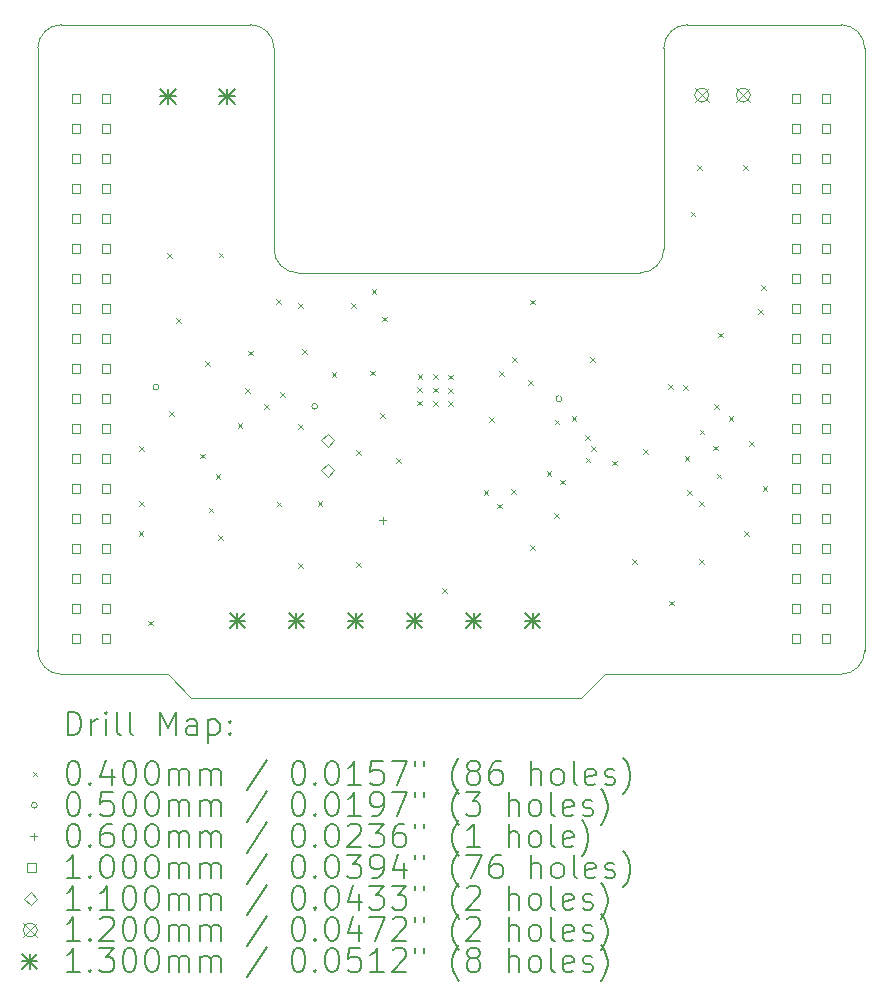
<source format=gbr>
%TF.GenerationSoftware,KiCad,Pcbnew,(6.0.11)*%
%TF.CreationDate,2024-08-05T16:37:02+07:00*%
%TF.ProjectId,Stepper_Motor_Expansion_Brd_revA,53746570-7065-4725-9f4d-6f746f725f45,rev?*%
%TF.SameCoordinates,PX5f5e100PY5f5e100*%
%TF.FileFunction,Drillmap*%
%TF.FilePolarity,Positive*%
%FSLAX45Y45*%
G04 Gerber Fmt 4.5, Leading zero omitted, Abs format (unit mm)*
G04 Created by KiCad (PCBNEW (6.0.11)) date 2024-08-05 16:37:02*
%MOMM*%
%LPD*%
G01*
G04 APERTURE LIST*
%ADD10C,0.100000*%
%ADD11C,0.200000*%
%ADD12C,0.040000*%
%ADD13C,0.050000*%
%ADD14C,0.060000*%
%ADD15C,0.110000*%
%ADD16C,0.120000*%
%ADD17C,0.130000*%
G04 APERTURE END LIST*
D10*
X2000000Y3800000D02*
G75*
G03*
X2200000Y3600000I200000J0D01*
G01*
X200000Y5700000D02*
X1800000Y5700000D01*
X1100000Y200000D02*
X1300000Y0D01*
X7000000Y5500000D02*
G75*
G03*
X6800000Y5700000I-200000J0D01*
G01*
X200000Y200000D02*
X1100000Y200000D01*
X200000Y5700000D02*
G75*
G03*
X0Y5500000I0J-200000D01*
G01*
X2000000Y5500000D02*
X2000000Y3800000D01*
X5500000Y5700000D02*
G75*
G03*
X5300000Y5500000I0J-200000D01*
G01*
X5300000Y5500000D02*
X5300000Y3800000D01*
X2000000Y5500000D02*
G75*
G03*
X1800000Y5700000I-200000J0D01*
G01*
X4600000Y0D02*
X4800000Y200000D01*
X4800000Y200000D02*
X6800000Y200000D01*
X0Y400000D02*
G75*
G03*
X200000Y200000I200000J0D01*
G01*
X6800000Y5700000D02*
X5500000Y5700000D01*
X7000000Y400000D02*
X7000000Y5500000D01*
X1300000Y0D02*
X4600000Y0D01*
X6800000Y200000D02*
G75*
G03*
X7000000Y400000I0J200000D01*
G01*
X5100000Y3600000D02*
G75*
G03*
X5300000Y3800000I0J200000D01*
G01*
X2200000Y3600000D02*
X5100000Y3600000D01*
X0Y400000D02*
X0Y5500000D01*
D11*
D12*
X853000Y1414000D02*
X893000Y1374000D01*
X893000Y1414000D02*
X853000Y1374000D01*
X855000Y2132000D02*
X895000Y2092000D01*
X895000Y2132000D02*
X855000Y2092000D01*
X856000Y1668000D02*
X896000Y1628000D01*
X896000Y1668000D02*
X856000Y1628000D01*
X937000Y654000D02*
X977000Y614000D01*
X977000Y654000D02*
X937000Y614000D01*
X1095000Y3768000D02*
X1135000Y3728000D01*
X1135000Y3768000D02*
X1095000Y3728000D01*
X1113000Y2430000D02*
X1153000Y2390000D01*
X1153000Y2430000D02*
X1113000Y2390000D01*
X1174000Y3213000D02*
X1214000Y3173000D01*
X1214000Y3213000D02*
X1174000Y3173000D01*
X1376000Y2069000D02*
X1416000Y2029000D01*
X1416000Y2069000D02*
X1376000Y2029000D01*
X1418000Y2850000D02*
X1458000Y2810000D01*
X1458000Y2850000D02*
X1418000Y2810000D01*
X1446000Y1611000D02*
X1486000Y1571000D01*
X1486000Y1611000D02*
X1446000Y1571000D01*
X1506000Y1894000D02*
X1546000Y1854000D01*
X1546000Y1894000D02*
X1506000Y1854000D01*
X1525000Y1378000D02*
X1565000Y1338000D01*
X1565000Y1378000D02*
X1525000Y1338000D01*
X1532000Y3769000D02*
X1572000Y3729000D01*
X1572000Y3769000D02*
X1532000Y3729000D01*
X1691000Y2329000D02*
X1731000Y2289000D01*
X1731000Y2329000D02*
X1691000Y2289000D01*
X1753000Y2620000D02*
X1793000Y2580000D01*
X1793000Y2620000D02*
X1753000Y2580000D01*
X1780000Y2941000D02*
X1820000Y2901000D01*
X1820000Y2941000D02*
X1780000Y2901000D01*
X1915000Y2485000D02*
X1955000Y2445000D01*
X1955000Y2485000D02*
X1915000Y2445000D01*
X2016000Y3379000D02*
X2056000Y3339000D01*
X2056000Y3379000D02*
X2016000Y3339000D01*
X2023000Y1662000D02*
X2063000Y1622000D01*
X2063000Y1662000D02*
X2023000Y1622000D01*
X2049000Y2586000D02*
X2089000Y2546000D01*
X2089000Y2586000D02*
X2049000Y2546000D01*
X2201000Y2320000D02*
X2241000Y2280000D01*
X2241000Y2320000D02*
X2201000Y2280000D01*
X2201000Y1144000D02*
X2241000Y1104000D01*
X2241000Y1144000D02*
X2201000Y1104000D01*
X2205000Y3342000D02*
X2245000Y3302000D01*
X2245000Y3342000D02*
X2205000Y3302000D01*
X2238000Y2954000D02*
X2278000Y2914000D01*
X2278000Y2954000D02*
X2238000Y2914000D01*
X2370000Y1663000D02*
X2410000Y1623000D01*
X2410000Y1663000D02*
X2370000Y1623000D01*
X2488000Y2757000D02*
X2528000Y2717000D01*
X2528000Y2757000D02*
X2488000Y2717000D01*
X2650000Y3344000D02*
X2690000Y3304000D01*
X2690000Y3344000D02*
X2650000Y3304000D01*
X2693000Y2100000D02*
X2733000Y2060000D01*
X2733000Y2100000D02*
X2693000Y2060000D01*
X2693000Y1152000D02*
X2733000Y1112000D01*
X2733000Y1152000D02*
X2693000Y1112000D01*
X2811000Y2771000D02*
X2851000Y2731000D01*
X2851000Y2771000D02*
X2811000Y2731000D01*
X2827000Y3462000D02*
X2867000Y3422000D01*
X2867000Y3462000D02*
X2827000Y3422000D01*
X2897000Y2409000D02*
X2937000Y2369000D01*
X2937000Y2409000D02*
X2897000Y2369000D01*
X2917000Y3229000D02*
X2957000Y3189000D01*
X2957000Y3229000D02*
X2917000Y3189000D01*
X3031000Y2032000D02*
X3071000Y1992000D01*
X3071000Y2032000D02*
X3031000Y1992000D01*
X3211000Y2518000D02*
X3251000Y2478000D01*
X3251000Y2518000D02*
X3211000Y2478000D01*
X3213000Y2629000D02*
X3253000Y2589000D01*
X3253000Y2629000D02*
X3213000Y2589000D01*
X3216000Y2742000D02*
X3256000Y2702000D01*
X3256000Y2742000D02*
X3216000Y2702000D01*
X3347000Y2626000D02*
X3387000Y2586000D01*
X3387000Y2626000D02*
X3347000Y2586000D01*
X3348000Y2513000D02*
X3388000Y2473000D01*
X3388000Y2513000D02*
X3348000Y2473000D01*
X3349000Y2740000D02*
X3389000Y2700000D01*
X3389000Y2740000D02*
X3349000Y2700000D01*
X3422000Y929000D02*
X3462000Y889000D01*
X3462000Y929000D02*
X3422000Y889000D01*
X3472000Y2738000D02*
X3512000Y2698000D01*
X3512000Y2738000D02*
X3472000Y2698000D01*
X3475000Y2624000D02*
X3515000Y2584000D01*
X3515000Y2624000D02*
X3475000Y2584000D01*
X3477000Y2511000D02*
X3517000Y2471000D01*
X3517000Y2511000D02*
X3477000Y2471000D01*
X3774000Y1760000D02*
X3814000Y1720000D01*
X3814000Y1760000D02*
X3774000Y1720000D01*
X3820000Y2376000D02*
X3860000Y2336000D01*
X3860000Y2376000D02*
X3820000Y2336000D01*
X3889000Y1644000D02*
X3929000Y1604000D01*
X3929000Y1644000D02*
X3889000Y1604000D01*
X3904000Y2769000D02*
X3944000Y2729000D01*
X3944000Y2769000D02*
X3904000Y2729000D01*
X4010000Y1767000D02*
X4050000Y1727000D01*
X4050000Y1767000D02*
X4010000Y1727000D01*
X4017000Y2883000D02*
X4057000Y2843000D01*
X4057000Y2883000D02*
X4017000Y2843000D01*
X4151000Y2691000D02*
X4191000Y2651000D01*
X4191000Y2691000D02*
X4151000Y2651000D01*
X4168000Y3373000D02*
X4208000Y3333000D01*
X4208000Y3373000D02*
X4168000Y3333000D01*
X4170000Y1291000D02*
X4210000Y1251000D01*
X4210000Y1291000D02*
X4170000Y1251000D01*
X4309000Y1917000D02*
X4349000Y1877000D01*
X4349000Y1917000D02*
X4309000Y1877000D01*
X4373000Y1565000D02*
X4413000Y1525000D01*
X4413000Y1565000D02*
X4373000Y1525000D01*
X4375000Y2357000D02*
X4415000Y2317000D01*
X4415000Y2357000D02*
X4375000Y2317000D01*
X4420000Y1848000D02*
X4460000Y1808000D01*
X4460000Y1848000D02*
X4420000Y1808000D01*
X4519000Y2384000D02*
X4559000Y2344000D01*
X4559000Y2384000D02*
X4519000Y2344000D01*
X4637000Y2226000D02*
X4677000Y2186000D01*
X4677000Y2226000D02*
X4637000Y2186000D01*
X4638000Y2034000D02*
X4678000Y1994000D01*
X4678000Y2034000D02*
X4638000Y1994000D01*
X4678000Y2888000D02*
X4718000Y2848000D01*
X4718000Y2888000D02*
X4678000Y2848000D01*
X4686000Y2131000D02*
X4726000Y2091000D01*
X4726000Y2131000D02*
X4686000Y2091000D01*
X4861000Y2008000D02*
X4901000Y1968000D01*
X4901000Y2008000D02*
X4861000Y1968000D01*
X5032000Y1174000D02*
X5072000Y1134000D01*
X5072000Y1174000D02*
X5032000Y1134000D01*
X5123000Y2107000D02*
X5163000Y2067000D01*
X5163000Y2107000D02*
X5123000Y2067000D01*
X5336000Y2654000D02*
X5376000Y2614000D01*
X5376000Y2654000D02*
X5336000Y2614000D01*
X5344000Y823000D02*
X5384000Y783000D01*
X5384000Y823000D02*
X5344000Y783000D01*
X5465000Y2650000D02*
X5505000Y2610000D01*
X5505000Y2650000D02*
X5465000Y2610000D01*
X5476000Y2048000D02*
X5516000Y2008000D01*
X5516000Y2048000D02*
X5476000Y2008000D01*
X5495000Y1761000D02*
X5535000Y1721000D01*
X5535000Y1761000D02*
X5495000Y1721000D01*
X5528000Y4116000D02*
X5568000Y4076000D01*
X5568000Y4116000D02*
X5528000Y4076000D01*
X5582000Y4513750D02*
X5622000Y4473750D01*
X5622000Y4513750D02*
X5582000Y4473750D01*
X5597000Y1667000D02*
X5637000Y1627000D01*
X5637000Y1667000D02*
X5597000Y1627000D01*
X5601000Y1174000D02*
X5641000Y1134000D01*
X5641000Y1174000D02*
X5601000Y1134000D01*
X5604000Y2271000D02*
X5644000Y2231000D01*
X5644000Y2271000D02*
X5604000Y2231000D01*
X5720000Y2136000D02*
X5760000Y2096000D01*
X5760000Y2136000D02*
X5720000Y2096000D01*
X5729000Y2489000D02*
X5769000Y2449000D01*
X5769000Y2489000D02*
X5729000Y2449000D01*
X5747000Y1899000D02*
X5787000Y1859000D01*
X5787000Y1899000D02*
X5747000Y1859000D01*
X5761000Y3092000D02*
X5801000Y3052000D01*
X5801000Y3092000D02*
X5761000Y3052000D01*
X5848000Y2384000D02*
X5888000Y2344000D01*
X5888000Y2384000D02*
X5848000Y2344000D01*
X5972000Y4513750D02*
X6012000Y4473750D01*
X6012000Y4513750D02*
X5972000Y4473750D01*
X5982000Y1413000D02*
X6022000Y1373000D01*
X6022000Y1413000D02*
X5982000Y1373000D01*
X6023000Y2175000D02*
X6063000Y2135000D01*
X6063000Y2175000D02*
X6023000Y2135000D01*
X6096000Y3289000D02*
X6136000Y3249000D01*
X6136000Y3289000D02*
X6096000Y3249000D01*
X6126000Y3493000D02*
X6166000Y3453000D01*
X6166000Y3493000D02*
X6126000Y3453000D01*
X6136000Y1795000D02*
X6176000Y1755000D01*
X6176000Y1795000D02*
X6136000Y1755000D01*
D13*
X1025000Y2631000D02*
G75*
G03*
X1025000Y2631000I-25000J0D01*
G01*
X2369000Y2469000D02*
G75*
G03*
X2369000Y2469000I-25000J0D01*
G01*
X4437000Y2533000D02*
G75*
G03*
X4437000Y2533000I-25000J0D01*
G01*
D14*
X2921000Y1535000D02*
X2921000Y1475000D01*
X2891000Y1505000D02*
X2951000Y1505000D01*
D10*
X360356Y5040644D02*
X360356Y5111356D01*
X289644Y5111356D01*
X289644Y5040644D01*
X360356Y5040644D01*
X360356Y4786644D02*
X360356Y4857356D01*
X289644Y4857356D01*
X289644Y4786644D01*
X360356Y4786644D01*
X360356Y4532644D02*
X360356Y4603356D01*
X289644Y4603356D01*
X289644Y4532644D01*
X360356Y4532644D01*
X360356Y4278644D02*
X360356Y4349356D01*
X289644Y4349356D01*
X289644Y4278644D01*
X360356Y4278644D01*
X360356Y4024644D02*
X360356Y4095356D01*
X289644Y4095356D01*
X289644Y4024644D01*
X360356Y4024644D01*
X360356Y3770644D02*
X360356Y3841356D01*
X289644Y3841356D01*
X289644Y3770644D01*
X360356Y3770644D01*
X360356Y3516644D02*
X360356Y3587356D01*
X289644Y3587356D01*
X289644Y3516644D01*
X360356Y3516644D01*
X360356Y3262644D02*
X360356Y3333356D01*
X289644Y3333356D01*
X289644Y3262644D01*
X360356Y3262644D01*
X360356Y3008644D02*
X360356Y3079356D01*
X289644Y3079356D01*
X289644Y3008644D01*
X360356Y3008644D01*
X360356Y2754644D02*
X360356Y2825356D01*
X289644Y2825356D01*
X289644Y2754644D01*
X360356Y2754644D01*
X360356Y2500644D02*
X360356Y2571356D01*
X289644Y2571356D01*
X289644Y2500644D01*
X360356Y2500644D01*
X360356Y2246644D02*
X360356Y2317356D01*
X289644Y2317356D01*
X289644Y2246644D01*
X360356Y2246644D01*
X360356Y1992644D02*
X360356Y2063356D01*
X289644Y2063356D01*
X289644Y1992644D01*
X360356Y1992644D01*
X360356Y1738644D02*
X360356Y1809356D01*
X289644Y1809356D01*
X289644Y1738644D01*
X360356Y1738644D01*
X360356Y1484644D02*
X360356Y1555356D01*
X289644Y1555356D01*
X289644Y1484644D01*
X360356Y1484644D01*
X360356Y1230644D02*
X360356Y1301356D01*
X289644Y1301356D01*
X289644Y1230644D01*
X360356Y1230644D01*
X360356Y976644D02*
X360356Y1047356D01*
X289644Y1047356D01*
X289644Y976644D01*
X360356Y976644D01*
X360356Y722644D02*
X360356Y793356D01*
X289644Y793356D01*
X289644Y722644D01*
X360356Y722644D01*
X360356Y468644D02*
X360356Y539356D01*
X289644Y539356D01*
X289644Y468644D01*
X360356Y468644D01*
X614356Y5040644D02*
X614356Y5111356D01*
X543644Y5111356D01*
X543644Y5040644D01*
X614356Y5040644D01*
X614356Y4786644D02*
X614356Y4857356D01*
X543644Y4857356D01*
X543644Y4786644D01*
X614356Y4786644D01*
X614356Y4532644D02*
X614356Y4603356D01*
X543644Y4603356D01*
X543644Y4532644D01*
X614356Y4532644D01*
X614356Y4278644D02*
X614356Y4349356D01*
X543644Y4349356D01*
X543644Y4278644D01*
X614356Y4278644D01*
X614356Y4024644D02*
X614356Y4095356D01*
X543644Y4095356D01*
X543644Y4024644D01*
X614356Y4024644D01*
X614356Y3770644D02*
X614356Y3841356D01*
X543644Y3841356D01*
X543644Y3770644D01*
X614356Y3770644D01*
X614356Y3516644D02*
X614356Y3587356D01*
X543644Y3587356D01*
X543644Y3516644D01*
X614356Y3516644D01*
X614356Y3262644D02*
X614356Y3333356D01*
X543644Y3333356D01*
X543644Y3262644D01*
X614356Y3262644D01*
X614356Y3008644D02*
X614356Y3079356D01*
X543644Y3079356D01*
X543644Y3008644D01*
X614356Y3008644D01*
X614356Y2754644D02*
X614356Y2825356D01*
X543644Y2825356D01*
X543644Y2754644D01*
X614356Y2754644D01*
X614356Y2500644D02*
X614356Y2571356D01*
X543644Y2571356D01*
X543644Y2500644D01*
X614356Y2500644D01*
X614356Y2246644D02*
X614356Y2317356D01*
X543644Y2317356D01*
X543644Y2246644D01*
X614356Y2246644D01*
X614356Y1992644D02*
X614356Y2063356D01*
X543644Y2063356D01*
X543644Y1992644D01*
X614356Y1992644D01*
X614356Y1738644D02*
X614356Y1809356D01*
X543644Y1809356D01*
X543644Y1738644D01*
X614356Y1738644D01*
X614356Y1484644D02*
X614356Y1555356D01*
X543644Y1555356D01*
X543644Y1484644D01*
X614356Y1484644D01*
X614356Y1230644D02*
X614356Y1301356D01*
X543644Y1301356D01*
X543644Y1230644D01*
X614356Y1230644D01*
X614356Y976644D02*
X614356Y1047356D01*
X543644Y1047356D01*
X543644Y976644D01*
X614356Y976644D01*
X614356Y722644D02*
X614356Y793356D01*
X543644Y793356D01*
X543644Y722644D01*
X614356Y722644D01*
X614356Y468644D02*
X614356Y539356D01*
X543644Y539356D01*
X543644Y468644D01*
X614356Y468644D01*
X6456356Y5040644D02*
X6456356Y5111356D01*
X6385644Y5111356D01*
X6385644Y5040644D01*
X6456356Y5040644D01*
X6456356Y4786644D02*
X6456356Y4857356D01*
X6385644Y4857356D01*
X6385644Y4786644D01*
X6456356Y4786644D01*
X6456356Y4532644D02*
X6456356Y4603356D01*
X6385644Y4603356D01*
X6385644Y4532644D01*
X6456356Y4532644D01*
X6456356Y4278644D02*
X6456356Y4349356D01*
X6385644Y4349356D01*
X6385644Y4278644D01*
X6456356Y4278644D01*
X6456356Y4024644D02*
X6456356Y4095356D01*
X6385644Y4095356D01*
X6385644Y4024644D01*
X6456356Y4024644D01*
X6456356Y3770644D02*
X6456356Y3841356D01*
X6385644Y3841356D01*
X6385644Y3770644D01*
X6456356Y3770644D01*
X6456356Y3516644D02*
X6456356Y3587356D01*
X6385644Y3587356D01*
X6385644Y3516644D01*
X6456356Y3516644D01*
X6456356Y3262644D02*
X6456356Y3333356D01*
X6385644Y3333356D01*
X6385644Y3262644D01*
X6456356Y3262644D01*
X6456356Y3008644D02*
X6456356Y3079356D01*
X6385644Y3079356D01*
X6385644Y3008644D01*
X6456356Y3008644D01*
X6456356Y2754644D02*
X6456356Y2825356D01*
X6385644Y2825356D01*
X6385644Y2754644D01*
X6456356Y2754644D01*
X6456356Y2500644D02*
X6456356Y2571356D01*
X6385644Y2571356D01*
X6385644Y2500644D01*
X6456356Y2500644D01*
X6456356Y2246644D02*
X6456356Y2317356D01*
X6385644Y2317356D01*
X6385644Y2246644D01*
X6456356Y2246644D01*
X6456356Y1992644D02*
X6456356Y2063356D01*
X6385644Y2063356D01*
X6385644Y1992644D01*
X6456356Y1992644D01*
X6456356Y1738644D02*
X6456356Y1809356D01*
X6385644Y1809356D01*
X6385644Y1738644D01*
X6456356Y1738644D01*
X6456356Y1484644D02*
X6456356Y1555356D01*
X6385644Y1555356D01*
X6385644Y1484644D01*
X6456356Y1484644D01*
X6456356Y1230644D02*
X6456356Y1301356D01*
X6385644Y1301356D01*
X6385644Y1230644D01*
X6456356Y1230644D01*
X6456356Y976644D02*
X6456356Y1047356D01*
X6385644Y1047356D01*
X6385644Y976644D01*
X6456356Y976644D01*
X6456356Y722644D02*
X6456356Y793356D01*
X6385644Y793356D01*
X6385644Y722644D01*
X6456356Y722644D01*
X6456356Y468644D02*
X6456356Y539356D01*
X6385644Y539356D01*
X6385644Y468644D01*
X6456356Y468644D01*
X6710356Y5040644D02*
X6710356Y5111356D01*
X6639644Y5111356D01*
X6639644Y5040644D01*
X6710356Y5040644D01*
X6710356Y4786644D02*
X6710356Y4857356D01*
X6639644Y4857356D01*
X6639644Y4786644D01*
X6710356Y4786644D01*
X6710356Y4532644D02*
X6710356Y4603356D01*
X6639644Y4603356D01*
X6639644Y4532644D01*
X6710356Y4532644D01*
X6710356Y4278644D02*
X6710356Y4349356D01*
X6639644Y4349356D01*
X6639644Y4278644D01*
X6710356Y4278644D01*
X6710356Y4024644D02*
X6710356Y4095356D01*
X6639644Y4095356D01*
X6639644Y4024644D01*
X6710356Y4024644D01*
X6710356Y3770644D02*
X6710356Y3841356D01*
X6639644Y3841356D01*
X6639644Y3770644D01*
X6710356Y3770644D01*
X6710356Y3516644D02*
X6710356Y3587356D01*
X6639644Y3587356D01*
X6639644Y3516644D01*
X6710356Y3516644D01*
X6710356Y3262644D02*
X6710356Y3333356D01*
X6639644Y3333356D01*
X6639644Y3262644D01*
X6710356Y3262644D01*
X6710356Y3008644D02*
X6710356Y3079356D01*
X6639644Y3079356D01*
X6639644Y3008644D01*
X6710356Y3008644D01*
X6710356Y2754644D02*
X6710356Y2825356D01*
X6639644Y2825356D01*
X6639644Y2754644D01*
X6710356Y2754644D01*
X6710356Y2500644D02*
X6710356Y2571356D01*
X6639644Y2571356D01*
X6639644Y2500644D01*
X6710356Y2500644D01*
X6710356Y2246644D02*
X6710356Y2317356D01*
X6639644Y2317356D01*
X6639644Y2246644D01*
X6710356Y2246644D01*
X6710356Y1992644D02*
X6710356Y2063356D01*
X6639644Y2063356D01*
X6639644Y1992644D01*
X6710356Y1992644D01*
X6710356Y1738644D02*
X6710356Y1809356D01*
X6639644Y1809356D01*
X6639644Y1738644D01*
X6710356Y1738644D01*
X6710356Y1484644D02*
X6710356Y1555356D01*
X6639644Y1555356D01*
X6639644Y1484644D01*
X6710356Y1484644D01*
X6710356Y1230644D02*
X6710356Y1301356D01*
X6639644Y1301356D01*
X6639644Y1230644D01*
X6710356Y1230644D01*
X6710356Y976644D02*
X6710356Y1047356D01*
X6639644Y1047356D01*
X6639644Y976644D01*
X6710356Y976644D01*
X6710356Y722644D02*
X6710356Y793356D01*
X6639644Y793356D01*
X6639644Y722644D01*
X6710356Y722644D01*
X6710356Y468644D02*
X6710356Y539356D01*
X6639644Y539356D01*
X6639644Y468644D01*
X6710356Y468644D01*
D15*
X2456000Y2125000D02*
X2511000Y2180000D01*
X2456000Y2235000D01*
X2401000Y2180000D01*
X2456000Y2125000D01*
X2456000Y1871000D02*
X2511000Y1926000D01*
X2456000Y1981000D01*
X2401000Y1926000D01*
X2456000Y1871000D01*
D16*
X5562000Y5164000D02*
X5682000Y5044000D01*
X5682000Y5164000D02*
X5562000Y5044000D01*
X5682000Y5104000D02*
G75*
G03*
X5682000Y5104000I-60000J0D01*
G01*
X5912000Y5164000D02*
X6032000Y5044000D01*
X6032000Y5164000D02*
X5912000Y5044000D01*
X6032000Y5104000D02*
G75*
G03*
X6032000Y5104000I-60000J0D01*
G01*
D17*
X1036000Y5157000D02*
X1166000Y5027000D01*
X1166000Y5157000D02*
X1036000Y5027000D01*
X1101000Y5157000D02*
X1101000Y5027000D01*
X1036000Y5092000D02*
X1166000Y5092000D01*
X1536000Y5157000D02*
X1666000Y5027000D01*
X1666000Y5157000D02*
X1536000Y5027000D01*
X1601000Y5157000D02*
X1601000Y5027000D01*
X1536000Y5092000D02*
X1666000Y5092000D01*
X1625000Y720000D02*
X1755000Y590000D01*
X1755000Y720000D02*
X1625000Y590000D01*
X1690000Y720000D02*
X1690000Y590000D01*
X1625000Y655000D02*
X1755000Y655000D01*
X2125000Y720000D02*
X2255000Y590000D01*
X2255000Y720000D02*
X2125000Y590000D01*
X2190000Y720000D02*
X2190000Y590000D01*
X2125000Y655000D02*
X2255000Y655000D01*
X2625000Y720000D02*
X2755000Y590000D01*
X2755000Y720000D02*
X2625000Y590000D01*
X2690000Y720000D02*
X2690000Y590000D01*
X2625000Y655000D02*
X2755000Y655000D01*
X3125000Y720000D02*
X3255000Y590000D01*
X3255000Y720000D02*
X3125000Y590000D01*
X3190000Y720000D02*
X3190000Y590000D01*
X3125000Y655000D02*
X3255000Y655000D01*
X3625000Y720000D02*
X3755000Y590000D01*
X3755000Y720000D02*
X3625000Y590000D01*
X3690000Y720000D02*
X3690000Y590000D01*
X3625000Y655000D02*
X3755000Y655000D01*
X4125000Y720000D02*
X4255000Y590000D01*
X4255000Y720000D02*
X4125000Y590000D01*
X4190000Y720000D02*
X4190000Y590000D01*
X4125000Y655000D02*
X4255000Y655000D01*
D11*
X252619Y-315476D02*
X252619Y-115476D01*
X300238Y-115476D01*
X328810Y-125000D01*
X347857Y-144048D01*
X357381Y-163095D01*
X366905Y-201190D01*
X366905Y-229762D01*
X357381Y-267857D01*
X347857Y-286905D01*
X328810Y-305952D01*
X300238Y-315476D01*
X252619Y-315476D01*
X452619Y-315476D02*
X452619Y-182143D01*
X452619Y-220238D02*
X462143Y-201190D01*
X471667Y-191667D01*
X490714Y-182143D01*
X509762Y-182143D01*
X576429Y-315476D02*
X576429Y-182143D01*
X576429Y-115476D02*
X566905Y-125000D01*
X576429Y-134524D01*
X585952Y-125000D01*
X576429Y-115476D01*
X576429Y-134524D01*
X700238Y-315476D02*
X681190Y-305952D01*
X671667Y-286905D01*
X671667Y-115476D01*
X805000Y-315476D02*
X785952Y-305952D01*
X776428Y-286905D01*
X776428Y-115476D01*
X1033571Y-315476D02*
X1033571Y-115476D01*
X1100238Y-258333D01*
X1166905Y-115476D01*
X1166905Y-315476D01*
X1347857Y-315476D02*
X1347857Y-210714D01*
X1338333Y-191667D01*
X1319286Y-182143D01*
X1281190Y-182143D01*
X1262143Y-191667D01*
X1347857Y-305952D02*
X1328810Y-315476D01*
X1281190Y-315476D01*
X1262143Y-305952D01*
X1252619Y-286905D01*
X1252619Y-267857D01*
X1262143Y-248809D01*
X1281190Y-239286D01*
X1328810Y-239286D01*
X1347857Y-229762D01*
X1443095Y-182143D02*
X1443095Y-382143D01*
X1443095Y-191667D02*
X1462143Y-182143D01*
X1500238Y-182143D01*
X1519286Y-191667D01*
X1528809Y-201190D01*
X1538333Y-220238D01*
X1538333Y-277381D01*
X1528809Y-296429D01*
X1519286Y-305952D01*
X1500238Y-315476D01*
X1462143Y-315476D01*
X1443095Y-305952D01*
X1624048Y-296429D02*
X1633571Y-305952D01*
X1624048Y-315476D01*
X1614524Y-305952D01*
X1624048Y-296429D01*
X1624048Y-315476D01*
X1624048Y-191667D02*
X1633571Y-201190D01*
X1624048Y-210714D01*
X1614524Y-201190D01*
X1624048Y-191667D01*
X1624048Y-210714D01*
D12*
X-45000Y-625000D02*
X-5000Y-665000D01*
X-5000Y-625000D02*
X-45000Y-665000D01*
D11*
X290714Y-535476D02*
X309762Y-535476D01*
X328810Y-545000D01*
X338333Y-554524D01*
X347857Y-573571D01*
X357381Y-611667D01*
X357381Y-659286D01*
X347857Y-697381D01*
X338333Y-716428D01*
X328810Y-725952D01*
X309762Y-735476D01*
X290714Y-735476D01*
X271667Y-725952D01*
X262143Y-716428D01*
X252619Y-697381D01*
X243095Y-659286D01*
X243095Y-611667D01*
X252619Y-573571D01*
X262143Y-554524D01*
X271667Y-545000D01*
X290714Y-535476D01*
X443095Y-716428D02*
X452619Y-725952D01*
X443095Y-735476D01*
X433571Y-725952D01*
X443095Y-716428D01*
X443095Y-735476D01*
X624048Y-602143D02*
X624048Y-735476D01*
X576429Y-525952D02*
X528810Y-668810D01*
X652619Y-668810D01*
X766905Y-535476D02*
X785952Y-535476D01*
X805000Y-545000D01*
X814524Y-554524D01*
X824048Y-573571D01*
X833571Y-611667D01*
X833571Y-659286D01*
X824048Y-697381D01*
X814524Y-716428D01*
X805000Y-725952D01*
X785952Y-735476D01*
X766905Y-735476D01*
X747857Y-725952D01*
X738333Y-716428D01*
X728809Y-697381D01*
X719286Y-659286D01*
X719286Y-611667D01*
X728809Y-573571D01*
X738333Y-554524D01*
X747857Y-545000D01*
X766905Y-535476D01*
X957381Y-535476D02*
X976428Y-535476D01*
X995476Y-545000D01*
X1005000Y-554524D01*
X1014524Y-573571D01*
X1024048Y-611667D01*
X1024048Y-659286D01*
X1014524Y-697381D01*
X1005000Y-716428D01*
X995476Y-725952D01*
X976428Y-735476D01*
X957381Y-735476D01*
X938333Y-725952D01*
X928809Y-716428D01*
X919286Y-697381D01*
X909762Y-659286D01*
X909762Y-611667D01*
X919286Y-573571D01*
X928809Y-554524D01*
X938333Y-545000D01*
X957381Y-535476D01*
X1109762Y-735476D02*
X1109762Y-602143D01*
X1109762Y-621190D02*
X1119286Y-611667D01*
X1138333Y-602143D01*
X1166905Y-602143D01*
X1185952Y-611667D01*
X1195476Y-630714D01*
X1195476Y-735476D01*
X1195476Y-630714D02*
X1205000Y-611667D01*
X1224048Y-602143D01*
X1252619Y-602143D01*
X1271667Y-611667D01*
X1281190Y-630714D01*
X1281190Y-735476D01*
X1376429Y-735476D02*
X1376429Y-602143D01*
X1376429Y-621190D02*
X1385952Y-611667D01*
X1405000Y-602143D01*
X1433571Y-602143D01*
X1452619Y-611667D01*
X1462143Y-630714D01*
X1462143Y-735476D01*
X1462143Y-630714D02*
X1471667Y-611667D01*
X1490714Y-602143D01*
X1519286Y-602143D01*
X1538333Y-611667D01*
X1547857Y-630714D01*
X1547857Y-735476D01*
X1938333Y-525952D02*
X1766905Y-783095D01*
X2195476Y-535476D02*
X2214524Y-535476D01*
X2233571Y-545000D01*
X2243095Y-554524D01*
X2252619Y-573571D01*
X2262143Y-611667D01*
X2262143Y-659286D01*
X2252619Y-697381D01*
X2243095Y-716428D01*
X2233571Y-725952D01*
X2214524Y-735476D01*
X2195476Y-735476D01*
X2176429Y-725952D01*
X2166905Y-716428D01*
X2157381Y-697381D01*
X2147857Y-659286D01*
X2147857Y-611667D01*
X2157381Y-573571D01*
X2166905Y-554524D01*
X2176429Y-545000D01*
X2195476Y-535476D01*
X2347857Y-716428D02*
X2357381Y-725952D01*
X2347857Y-735476D01*
X2338333Y-725952D01*
X2347857Y-716428D01*
X2347857Y-735476D01*
X2481190Y-535476D02*
X2500238Y-535476D01*
X2519286Y-545000D01*
X2528810Y-554524D01*
X2538333Y-573571D01*
X2547857Y-611667D01*
X2547857Y-659286D01*
X2538333Y-697381D01*
X2528810Y-716428D01*
X2519286Y-725952D01*
X2500238Y-735476D01*
X2481190Y-735476D01*
X2462143Y-725952D01*
X2452619Y-716428D01*
X2443095Y-697381D01*
X2433571Y-659286D01*
X2433571Y-611667D01*
X2443095Y-573571D01*
X2452619Y-554524D01*
X2462143Y-545000D01*
X2481190Y-535476D01*
X2738333Y-735476D02*
X2624048Y-735476D01*
X2681190Y-735476D02*
X2681190Y-535476D01*
X2662143Y-564048D01*
X2643095Y-583095D01*
X2624048Y-592619D01*
X2919286Y-535476D02*
X2824048Y-535476D01*
X2814524Y-630714D01*
X2824048Y-621190D01*
X2843095Y-611667D01*
X2890714Y-611667D01*
X2909762Y-621190D01*
X2919286Y-630714D01*
X2928809Y-649762D01*
X2928809Y-697381D01*
X2919286Y-716428D01*
X2909762Y-725952D01*
X2890714Y-735476D01*
X2843095Y-735476D01*
X2824048Y-725952D01*
X2814524Y-716428D01*
X2995476Y-535476D02*
X3128809Y-535476D01*
X3043095Y-735476D01*
X3195476Y-535476D02*
X3195476Y-573571D01*
X3271667Y-535476D02*
X3271667Y-573571D01*
X3566905Y-811667D02*
X3557381Y-802143D01*
X3538333Y-773571D01*
X3528809Y-754524D01*
X3519286Y-725952D01*
X3509762Y-678333D01*
X3509762Y-640238D01*
X3519286Y-592619D01*
X3528809Y-564048D01*
X3538333Y-545000D01*
X3557381Y-516428D01*
X3566905Y-506905D01*
X3671667Y-621190D02*
X3652619Y-611667D01*
X3643095Y-602143D01*
X3633571Y-583095D01*
X3633571Y-573571D01*
X3643095Y-554524D01*
X3652619Y-545000D01*
X3671667Y-535476D01*
X3709762Y-535476D01*
X3728809Y-545000D01*
X3738333Y-554524D01*
X3747857Y-573571D01*
X3747857Y-583095D01*
X3738333Y-602143D01*
X3728809Y-611667D01*
X3709762Y-621190D01*
X3671667Y-621190D01*
X3652619Y-630714D01*
X3643095Y-640238D01*
X3633571Y-659286D01*
X3633571Y-697381D01*
X3643095Y-716428D01*
X3652619Y-725952D01*
X3671667Y-735476D01*
X3709762Y-735476D01*
X3728809Y-725952D01*
X3738333Y-716428D01*
X3747857Y-697381D01*
X3747857Y-659286D01*
X3738333Y-640238D01*
X3728809Y-630714D01*
X3709762Y-621190D01*
X3919286Y-535476D02*
X3881190Y-535476D01*
X3862143Y-545000D01*
X3852619Y-554524D01*
X3833571Y-583095D01*
X3824048Y-621190D01*
X3824048Y-697381D01*
X3833571Y-716428D01*
X3843095Y-725952D01*
X3862143Y-735476D01*
X3900238Y-735476D01*
X3919286Y-725952D01*
X3928809Y-716428D01*
X3938333Y-697381D01*
X3938333Y-649762D01*
X3928809Y-630714D01*
X3919286Y-621190D01*
X3900238Y-611667D01*
X3862143Y-611667D01*
X3843095Y-621190D01*
X3833571Y-630714D01*
X3824048Y-649762D01*
X4176428Y-735476D02*
X4176428Y-535476D01*
X4262143Y-735476D02*
X4262143Y-630714D01*
X4252619Y-611667D01*
X4233571Y-602143D01*
X4205000Y-602143D01*
X4185952Y-611667D01*
X4176428Y-621190D01*
X4385952Y-735476D02*
X4366905Y-725952D01*
X4357381Y-716428D01*
X4347857Y-697381D01*
X4347857Y-640238D01*
X4357381Y-621190D01*
X4366905Y-611667D01*
X4385952Y-602143D01*
X4414524Y-602143D01*
X4433571Y-611667D01*
X4443095Y-621190D01*
X4452619Y-640238D01*
X4452619Y-697381D01*
X4443095Y-716428D01*
X4433571Y-725952D01*
X4414524Y-735476D01*
X4385952Y-735476D01*
X4566905Y-735476D02*
X4547857Y-725952D01*
X4538333Y-706905D01*
X4538333Y-535476D01*
X4719286Y-725952D02*
X4700238Y-735476D01*
X4662143Y-735476D01*
X4643095Y-725952D01*
X4633571Y-706905D01*
X4633571Y-630714D01*
X4643095Y-611667D01*
X4662143Y-602143D01*
X4700238Y-602143D01*
X4719286Y-611667D01*
X4728810Y-630714D01*
X4728810Y-649762D01*
X4633571Y-668810D01*
X4805000Y-725952D02*
X4824048Y-735476D01*
X4862143Y-735476D01*
X4881190Y-725952D01*
X4890714Y-706905D01*
X4890714Y-697381D01*
X4881190Y-678333D01*
X4862143Y-668810D01*
X4833571Y-668810D01*
X4814524Y-659286D01*
X4805000Y-640238D01*
X4805000Y-630714D01*
X4814524Y-611667D01*
X4833571Y-602143D01*
X4862143Y-602143D01*
X4881190Y-611667D01*
X4957381Y-811667D02*
X4966905Y-802143D01*
X4985952Y-773571D01*
X4995476Y-754524D01*
X5005000Y-725952D01*
X5014524Y-678333D01*
X5014524Y-640238D01*
X5005000Y-592619D01*
X4995476Y-564048D01*
X4985952Y-545000D01*
X4966905Y-516428D01*
X4957381Y-506905D01*
D13*
X-5000Y-909000D02*
G75*
G03*
X-5000Y-909000I-25000J0D01*
G01*
D11*
X290714Y-799476D02*
X309762Y-799476D01*
X328810Y-809000D01*
X338333Y-818524D01*
X347857Y-837571D01*
X357381Y-875667D01*
X357381Y-923286D01*
X347857Y-961381D01*
X338333Y-980428D01*
X328810Y-989952D01*
X309762Y-999476D01*
X290714Y-999476D01*
X271667Y-989952D01*
X262143Y-980428D01*
X252619Y-961381D01*
X243095Y-923286D01*
X243095Y-875667D01*
X252619Y-837571D01*
X262143Y-818524D01*
X271667Y-809000D01*
X290714Y-799476D01*
X443095Y-980428D02*
X452619Y-989952D01*
X443095Y-999476D01*
X433571Y-989952D01*
X443095Y-980428D01*
X443095Y-999476D01*
X633571Y-799476D02*
X538333Y-799476D01*
X528810Y-894714D01*
X538333Y-885190D01*
X557381Y-875667D01*
X605000Y-875667D01*
X624048Y-885190D01*
X633571Y-894714D01*
X643095Y-913762D01*
X643095Y-961381D01*
X633571Y-980428D01*
X624048Y-989952D01*
X605000Y-999476D01*
X557381Y-999476D01*
X538333Y-989952D01*
X528810Y-980428D01*
X766905Y-799476D02*
X785952Y-799476D01*
X805000Y-809000D01*
X814524Y-818524D01*
X824048Y-837571D01*
X833571Y-875667D01*
X833571Y-923286D01*
X824048Y-961381D01*
X814524Y-980428D01*
X805000Y-989952D01*
X785952Y-999476D01*
X766905Y-999476D01*
X747857Y-989952D01*
X738333Y-980428D01*
X728809Y-961381D01*
X719286Y-923286D01*
X719286Y-875667D01*
X728809Y-837571D01*
X738333Y-818524D01*
X747857Y-809000D01*
X766905Y-799476D01*
X957381Y-799476D02*
X976428Y-799476D01*
X995476Y-809000D01*
X1005000Y-818524D01*
X1014524Y-837571D01*
X1024048Y-875667D01*
X1024048Y-923286D01*
X1014524Y-961381D01*
X1005000Y-980428D01*
X995476Y-989952D01*
X976428Y-999476D01*
X957381Y-999476D01*
X938333Y-989952D01*
X928809Y-980428D01*
X919286Y-961381D01*
X909762Y-923286D01*
X909762Y-875667D01*
X919286Y-837571D01*
X928809Y-818524D01*
X938333Y-809000D01*
X957381Y-799476D01*
X1109762Y-999476D02*
X1109762Y-866143D01*
X1109762Y-885190D02*
X1119286Y-875667D01*
X1138333Y-866143D01*
X1166905Y-866143D01*
X1185952Y-875667D01*
X1195476Y-894714D01*
X1195476Y-999476D01*
X1195476Y-894714D02*
X1205000Y-875667D01*
X1224048Y-866143D01*
X1252619Y-866143D01*
X1271667Y-875667D01*
X1281190Y-894714D01*
X1281190Y-999476D01*
X1376429Y-999476D02*
X1376429Y-866143D01*
X1376429Y-885190D02*
X1385952Y-875667D01*
X1405000Y-866143D01*
X1433571Y-866143D01*
X1452619Y-875667D01*
X1462143Y-894714D01*
X1462143Y-999476D01*
X1462143Y-894714D02*
X1471667Y-875667D01*
X1490714Y-866143D01*
X1519286Y-866143D01*
X1538333Y-875667D01*
X1547857Y-894714D01*
X1547857Y-999476D01*
X1938333Y-789952D02*
X1766905Y-1047095D01*
X2195476Y-799476D02*
X2214524Y-799476D01*
X2233571Y-809000D01*
X2243095Y-818524D01*
X2252619Y-837571D01*
X2262143Y-875667D01*
X2262143Y-923286D01*
X2252619Y-961381D01*
X2243095Y-980428D01*
X2233571Y-989952D01*
X2214524Y-999476D01*
X2195476Y-999476D01*
X2176429Y-989952D01*
X2166905Y-980428D01*
X2157381Y-961381D01*
X2147857Y-923286D01*
X2147857Y-875667D01*
X2157381Y-837571D01*
X2166905Y-818524D01*
X2176429Y-809000D01*
X2195476Y-799476D01*
X2347857Y-980428D02*
X2357381Y-989952D01*
X2347857Y-999476D01*
X2338333Y-989952D01*
X2347857Y-980428D01*
X2347857Y-999476D01*
X2481190Y-799476D02*
X2500238Y-799476D01*
X2519286Y-809000D01*
X2528810Y-818524D01*
X2538333Y-837571D01*
X2547857Y-875667D01*
X2547857Y-923286D01*
X2538333Y-961381D01*
X2528810Y-980428D01*
X2519286Y-989952D01*
X2500238Y-999476D01*
X2481190Y-999476D01*
X2462143Y-989952D01*
X2452619Y-980428D01*
X2443095Y-961381D01*
X2433571Y-923286D01*
X2433571Y-875667D01*
X2443095Y-837571D01*
X2452619Y-818524D01*
X2462143Y-809000D01*
X2481190Y-799476D01*
X2738333Y-999476D02*
X2624048Y-999476D01*
X2681190Y-999476D02*
X2681190Y-799476D01*
X2662143Y-828048D01*
X2643095Y-847095D01*
X2624048Y-856619D01*
X2833571Y-999476D02*
X2871667Y-999476D01*
X2890714Y-989952D01*
X2900238Y-980428D01*
X2919286Y-951857D01*
X2928809Y-913762D01*
X2928809Y-837571D01*
X2919286Y-818524D01*
X2909762Y-809000D01*
X2890714Y-799476D01*
X2852619Y-799476D01*
X2833571Y-809000D01*
X2824048Y-818524D01*
X2814524Y-837571D01*
X2814524Y-885190D01*
X2824048Y-904238D01*
X2833571Y-913762D01*
X2852619Y-923286D01*
X2890714Y-923286D01*
X2909762Y-913762D01*
X2919286Y-904238D01*
X2928809Y-885190D01*
X2995476Y-799476D02*
X3128809Y-799476D01*
X3043095Y-999476D01*
X3195476Y-799476D02*
X3195476Y-837571D01*
X3271667Y-799476D02*
X3271667Y-837571D01*
X3566905Y-1075667D02*
X3557381Y-1066143D01*
X3538333Y-1037571D01*
X3528809Y-1018524D01*
X3519286Y-989952D01*
X3509762Y-942333D01*
X3509762Y-904238D01*
X3519286Y-856619D01*
X3528809Y-828048D01*
X3538333Y-809000D01*
X3557381Y-780428D01*
X3566905Y-770905D01*
X3624048Y-799476D02*
X3747857Y-799476D01*
X3681190Y-875667D01*
X3709762Y-875667D01*
X3728809Y-885190D01*
X3738333Y-894714D01*
X3747857Y-913762D01*
X3747857Y-961381D01*
X3738333Y-980428D01*
X3728809Y-989952D01*
X3709762Y-999476D01*
X3652619Y-999476D01*
X3633571Y-989952D01*
X3624048Y-980428D01*
X3985952Y-999476D02*
X3985952Y-799476D01*
X4071667Y-999476D02*
X4071667Y-894714D01*
X4062143Y-875667D01*
X4043095Y-866143D01*
X4014524Y-866143D01*
X3995476Y-875667D01*
X3985952Y-885190D01*
X4195476Y-999476D02*
X4176428Y-989952D01*
X4166905Y-980428D01*
X4157381Y-961381D01*
X4157381Y-904238D01*
X4166905Y-885190D01*
X4176428Y-875667D01*
X4195476Y-866143D01*
X4224048Y-866143D01*
X4243095Y-875667D01*
X4252619Y-885190D01*
X4262143Y-904238D01*
X4262143Y-961381D01*
X4252619Y-980428D01*
X4243095Y-989952D01*
X4224048Y-999476D01*
X4195476Y-999476D01*
X4376429Y-999476D02*
X4357381Y-989952D01*
X4347857Y-970905D01*
X4347857Y-799476D01*
X4528810Y-989952D02*
X4509762Y-999476D01*
X4471667Y-999476D01*
X4452619Y-989952D01*
X4443095Y-970905D01*
X4443095Y-894714D01*
X4452619Y-875667D01*
X4471667Y-866143D01*
X4509762Y-866143D01*
X4528810Y-875667D01*
X4538333Y-894714D01*
X4538333Y-913762D01*
X4443095Y-932809D01*
X4614524Y-989952D02*
X4633571Y-999476D01*
X4671667Y-999476D01*
X4690714Y-989952D01*
X4700238Y-970905D01*
X4700238Y-961381D01*
X4690714Y-942333D01*
X4671667Y-932809D01*
X4643095Y-932809D01*
X4624048Y-923286D01*
X4614524Y-904238D01*
X4614524Y-894714D01*
X4624048Y-875667D01*
X4643095Y-866143D01*
X4671667Y-866143D01*
X4690714Y-875667D01*
X4766905Y-1075667D02*
X4776429Y-1066143D01*
X4795476Y-1037571D01*
X4805000Y-1018524D01*
X4814524Y-989952D01*
X4824048Y-942333D01*
X4824048Y-904238D01*
X4814524Y-856619D01*
X4805000Y-828048D01*
X4795476Y-809000D01*
X4776429Y-780428D01*
X4766905Y-770905D01*
D14*
X-35000Y-1143000D02*
X-35000Y-1203000D01*
X-65000Y-1173000D02*
X-5000Y-1173000D01*
D11*
X290714Y-1063476D02*
X309762Y-1063476D01*
X328810Y-1073000D01*
X338333Y-1082524D01*
X347857Y-1101571D01*
X357381Y-1139667D01*
X357381Y-1187286D01*
X347857Y-1225381D01*
X338333Y-1244429D01*
X328810Y-1253952D01*
X309762Y-1263476D01*
X290714Y-1263476D01*
X271667Y-1253952D01*
X262143Y-1244429D01*
X252619Y-1225381D01*
X243095Y-1187286D01*
X243095Y-1139667D01*
X252619Y-1101571D01*
X262143Y-1082524D01*
X271667Y-1073000D01*
X290714Y-1063476D01*
X443095Y-1244429D02*
X452619Y-1253952D01*
X443095Y-1263476D01*
X433571Y-1253952D01*
X443095Y-1244429D01*
X443095Y-1263476D01*
X624048Y-1063476D02*
X585952Y-1063476D01*
X566905Y-1073000D01*
X557381Y-1082524D01*
X538333Y-1111095D01*
X528810Y-1149190D01*
X528810Y-1225381D01*
X538333Y-1244429D01*
X547857Y-1253952D01*
X566905Y-1263476D01*
X605000Y-1263476D01*
X624048Y-1253952D01*
X633571Y-1244429D01*
X643095Y-1225381D01*
X643095Y-1177762D01*
X633571Y-1158714D01*
X624048Y-1149190D01*
X605000Y-1139667D01*
X566905Y-1139667D01*
X547857Y-1149190D01*
X538333Y-1158714D01*
X528810Y-1177762D01*
X766905Y-1063476D02*
X785952Y-1063476D01*
X805000Y-1073000D01*
X814524Y-1082524D01*
X824048Y-1101571D01*
X833571Y-1139667D01*
X833571Y-1187286D01*
X824048Y-1225381D01*
X814524Y-1244429D01*
X805000Y-1253952D01*
X785952Y-1263476D01*
X766905Y-1263476D01*
X747857Y-1253952D01*
X738333Y-1244429D01*
X728809Y-1225381D01*
X719286Y-1187286D01*
X719286Y-1139667D01*
X728809Y-1101571D01*
X738333Y-1082524D01*
X747857Y-1073000D01*
X766905Y-1063476D01*
X957381Y-1063476D02*
X976428Y-1063476D01*
X995476Y-1073000D01*
X1005000Y-1082524D01*
X1014524Y-1101571D01*
X1024048Y-1139667D01*
X1024048Y-1187286D01*
X1014524Y-1225381D01*
X1005000Y-1244429D01*
X995476Y-1253952D01*
X976428Y-1263476D01*
X957381Y-1263476D01*
X938333Y-1253952D01*
X928809Y-1244429D01*
X919286Y-1225381D01*
X909762Y-1187286D01*
X909762Y-1139667D01*
X919286Y-1101571D01*
X928809Y-1082524D01*
X938333Y-1073000D01*
X957381Y-1063476D01*
X1109762Y-1263476D02*
X1109762Y-1130143D01*
X1109762Y-1149190D02*
X1119286Y-1139667D01*
X1138333Y-1130143D01*
X1166905Y-1130143D01*
X1185952Y-1139667D01*
X1195476Y-1158714D01*
X1195476Y-1263476D01*
X1195476Y-1158714D02*
X1205000Y-1139667D01*
X1224048Y-1130143D01*
X1252619Y-1130143D01*
X1271667Y-1139667D01*
X1281190Y-1158714D01*
X1281190Y-1263476D01*
X1376429Y-1263476D02*
X1376429Y-1130143D01*
X1376429Y-1149190D02*
X1385952Y-1139667D01*
X1405000Y-1130143D01*
X1433571Y-1130143D01*
X1452619Y-1139667D01*
X1462143Y-1158714D01*
X1462143Y-1263476D01*
X1462143Y-1158714D02*
X1471667Y-1139667D01*
X1490714Y-1130143D01*
X1519286Y-1130143D01*
X1538333Y-1139667D01*
X1547857Y-1158714D01*
X1547857Y-1263476D01*
X1938333Y-1053952D02*
X1766905Y-1311095D01*
X2195476Y-1063476D02*
X2214524Y-1063476D01*
X2233571Y-1073000D01*
X2243095Y-1082524D01*
X2252619Y-1101571D01*
X2262143Y-1139667D01*
X2262143Y-1187286D01*
X2252619Y-1225381D01*
X2243095Y-1244429D01*
X2233571Y-1253952D01*
X2214524Y-1263476D01*
X2195476Y-1263476D01*
X2176429Y-1253952D01*
X2166905Y-1244429D01*
X2157381Y-1225381D01*
X2147857Y-1187286D01*
X2147857Y-1139667D01*
X2157381Y-1101571D01*
X2166905Y-1082524D01*
X2176429Y-1073000D01*
X2195476Y-1063476D01*
X2347857Y-1244429D02*
X2357381Y-1253952D01*
X2347857Y-1263476D01*
X2338333Y-1253952D01*
X2347857Y-1244429D01*
X2347857Y-1263476D01*
X2481190Y-1063476D02*
X2500238Y-1063476D01*
X2519286Y-1073000D01*
X2528810Y-1082524D01*
X2538333Y-1101571D01*
X2547857Y-1139667D01*
X2547857Y-1187286D01*
X2538333Y-1225381D01*
X2528810Y-1244429D01*
X2519286Y-1253952D01*
X2500238Y-1263476D01*
X2481190Y-1263476D01*
X2462143Y-1253952D01*
X2452619Y-1244429D01*
X2443095Y-1225381D01*
X2433571Y-1187286D01*
X2433571Y-1139667D01*
X2443095Y-1101571D01*
X2452619Y-1082524D01*
X2462143Y-1073000D01*
X2481190Y-1063476D01*
X2624048Y-1082524D02*
X2633571Y-1073000D01*
X2652619Y-1063476D01*
X2700238Y-1063476D01*
X2719286Y-1073000D01*
X2728810Y-1082524D01*
X2738333Y-1101571D01*
X2738333Y-1120619D01*
X2728810Y-1149190D01*
X2614524Y-1263476D01*
X2738333Y-1263476D01*
X2805000Y-1063476D02*
X2928809Y-1063476D01*
X2862143Y-1139667D01*
X2890714Y-1139667D01*
X2909762Y-1149190D01*
X2919286Y-1158714D01*
X2928809Y-1177762D01*
X2928809Y-1225381D01*
X2919286Y-1244429D01*
X2909762Y-1253952D01*
X2890714Y-1263476D01*
X2833571Y-1263476D01*
X2814524Y-1253952D01*
X2805000Y-1244429D01*
X3100238Y-1063476D02*
X3062143Y-1063476D01*
X3043095Y-1073000D01*
X3033571Y-1082524D01*
X3014524Y-1111095D01*
X3005000Y-1149190D01*
X3005000Y-1225381D01*
X3014524Y-1244429D01*
X3024048Y-1253952D01*
X3043095Y-1263476D01*
X3081190Y-1263476D01*
X3100238Y-1253952D01*
X3109762Y-1244429D01*
X3119286Y-1225381D01*
X3119286Y-1177762D01*
X3109762Y-1158714D01*
X3100238Y-1149190D01*
X3081190Y-1139667D01*
X3043095Y-1139667D01*
X3024048Y-1149190D01*
X3014524Y-1158714D01*
X3005000Y-1177762D01*
X3195476Y-1063476D02*
X3195476Y-1101571D01*
X3271667Y-1063476D02*
X3271667Y-1101571D01*
X3566905Y-1339667D02*
X3557381Y-1330143D01*
X3538333Y-1301571D01*
X3528809Y-1282524D01*
X3519286Y-1253952D01*
X3509762Y-1206333D01*
X3509762Y-1168238D01*
X3519286Y-1120619D01*
X3528809Y-1092048D01*
X3538333Y-1073000D01*
X3557381Y-1044428D01*
X3566905Y-1034905D01*
X3747857Y-1263476D02*
X3633571Y-1263476D01*
X3690714Y-1263476D02*
X3690714Y-1063476D01*
X3671667Y-1092048D01*
X3652619Y-1111095D01*
X3633571Y-1120619D01*
X3985952Y-1263476D02*
X3985952Y-1063476D01*
X4071667Y-1263476D02*
X4071667Y-1158714D01*
X4062143Y-1139667D01*
X4043095Y-1130143D01*
X4014524Y-1130143D01*
X3995476Y-1139667D01*
X3985952Y-1149190D01*
X4195476Y-1263476D02*
X4176428Y-1253952D01*
X4166905Y-1244429D01*
X4157381Y-1225381D01*
X4157381Y-1168238D01*
X4166905Y-1149190D01*
X4176428Y-1139667D01*
X4195476Y-1130143D01*
X4224048Y-1130143D01*
X4243095Y-1139667D01*
X4252619Y-1149190D01*
X4262143Y-1168238D01*
X4262143Y-1225381D01*
X4252619Y-1244429D01*
X4243095Y-1253952D01*
X4224048Y-1263476D01*
X4195476Y-1263476D01*
X4376429Y-1263476D02*
X4357381Y-1253952D01*
X4347857Y-1234905D01*
X4347857Y-1063476D01*
X4528810Y-1253952D02*
X4509762Y-1263476D01*
X4471667Y-1263476D01*
X4452619Y-1253952D01*
X4443095Y-1234905D01*
X4443095Y-1158714D01*
X4452619Y-1139667D01*
X4471667Y-1130143D01*
X4509762Y-1130143D01*
X4528810Y-1139667D01*
X4538333Y-1158714D01*
X4538333Y-1177762D01*
X4443095Y-1196810D01*
X4605000Y-1339667D02*
X4614524Y-1330143D01*
X4633571Y-1301571D01*
X4643095Y-1282524D01*
X4652619Y-1253952D01*
X4662143Y-1206333D01*
X4662143Y-1168238D01*
X4652619Y-1120619D01*
X4643095Y-1092048D01*
X4633571Y-1073000D01*
X4614524Y-1044428D01*
X4605000Y-1034905D01*
D10*
X-19644Y-1472356D02*
X-19644Y-1401644D01*
X-90356Y-1401644D01*
X-90356Y-1472356D01*
X-19644Y-1472356D01*
D11*
X357381Y-1527476D02*
X243095Y-1527476D01*
X300238Y-1527476D02*
X300238Y-1327476D01*
X281190Y-1356048D01*
X262143Y-1375095D01*
X243095Y-1384619D01*
X443095Y-1508428D02*
X452619Y-1517952D01*
X443095Y-1527476D01*
X433571Y-1517952D01*
X443095Y-1508428D01*
X443095Y-1527476D01*
X576429Y-1327476D02*
X595476Y-1327476D01*
X614524Y-1337000D01*
X624048Y-1346524D01*
X633571Y-1365571D01*
X643095Y-1403667D01*
X643095Y-1451286D01*
X633571Y-1489381D01*
X624048Y-1508428D01*
X614524Y-1517952D01*
X595476Y-1527476D01*
X576429Y-1527476D01*
X557381Y-1517952D01*
X547857Y-1508428D01*
X538333Y-1489381D01*
X528810Y-1451286D01*
X528810Y-1403667D01*
X538333Y-1365571D01*
X547857Y-1346524D01*
X557381Y-1337000D01*
X576429Y-1327476D01*
X766905Y-1327476D02*
X785952Y-1327476D01*
X805000Y-1337000D01*
X814524Y-1346524D01*
X824048Y-1365571D01*
X833571Y-1403667D01*
X833571Y-1451286D01*
X824048Y-1489381D01*
X814524Y-1508428D01*
X805000Y-1517952D01*
X785952Y-1527476D01*
X766905Y-1527476D01*
X747857Y-1517952D01*
X738333Y-1508428D01*
X728809Y-1489381D01*
X719286Y-1451286D01*
X719286Y-1403667D01*
X728809Y-1365571D01*
X738333Y-1346524D01*
X747857Y-1337000D01*
X766905Y-1327476D01*
X957381Y-1327476D02*
X976428Y-1327476D01*
X995476Y-1337000D01*
X1005000Y-1346524D01*
X1014524Y-1365571D01*
X1024048Y-1403667D01*
X1024048Y-1451286D01*
X1014524Y-1489381D01*
X1005000Y-1508428D01*
X995476Y-1517952D01*
X976428Y-1527476D01*
X957381Y-1527476D01*
X938333Y-1517952D01*
X928809Y-1508428D01*
X919286Y-1489381D01*
X909762Y-1451286D01*
X909762Y-1403667D01*
X919286Y-1365571D01*
X928809Y-1346524D01*
X938333Y-1337000D01*
X957381Y-1327476D01*
X1109762Y-1527476D02*
X1109762Y-1394143D01*
X1109762Y-1413190D02*
X1119286Y-1403667D01*
X1138333Y-1394143D01*
X1166905Y-1394143D01*
X1185952Y-1403667D01*
X1195476Y-1422714D01*
X1195476Y-1527476D01*
X1195476Y-1422714D02*
X1205000Y-1403667D01*
X1224048Y-1394143D01*
X1252619Y-1394143D01*
X1271667Y-1403667D01*
X1281190Y-1422714D01*
X1281190Y-1527476D01*
X1376429Y-1527476D02*
X1376429Y-1394143D01*
X1376429Y-1413190D02*
X1385952Y-1403667D01*
X1405000Y-1394143D01*
X1433571Y-1394143D01*
X1452619Y-1403667D01*
X1462143Y-1422714D01*
X1462143Y-1527476D01*
X1462143Y-1422714D02*
X1471667Y-1403667D01*
X1490714Y-1394143D01*
X1519286Y-1394143D01*
X1538333Y-1403667D01*
X1547857Y-1422714D01*
X1547857Y-1527476D01*
X1938333Y-1317952D02*
X1766905Y-1575095D01*
X2195476Y-1327476D02*
X2214524Y-1327476D01*
X2233571Y-1337000D01*
X2243095Y-1346524D01*
X2252619Y-1365571D01*
X2262143Y-1403667D01*
X2262143Y-1451286D01*
X2252619Y-1489381D01*
X2243095Y-1508428D01*
X2233571Y-1517952D01*
X2214524Y-1527476D01*
X2195476Y-1527476D01*
X2176429Y-1517952D01*
X2166905Y-1508428D01*
X2157381Y-1489381D01*
X2147857Y-1451286D01*
X2147857Y-1403667D01*
X2157381Y-1365571D01*
X2166905Y-1346524D01*
X2176429Y-1337000D01*
X2195476Y-1327476D01*
X2347857Y-1508428D02*
X2357381Y-1517952D01*
X2347857Y-1527476D01*
X2338333Y-1517952D01*
X2347857Y-1508428D01*
X2347857Y-1527476D01*
X2481190Y-1327476D02*
X2500238Y-1327476D01*
X2519286Y-1337000D01*
X2528810Y-1346524D01*
X2538333Y-1365571D01*
X2547857Y-1403667D01*
X2547857Y-1451286D01*
X2538333Y-1489381D01*
X2528810Y-1508428D01*
X2519286Y-1517952D01*
X2500238Y-1527476D01*
X2481190Y-1527476D01*
X2462143Y-1517952D01*
X2452619Y-1508428D01*
X2443095Y-1489381D01*
X2433571Y-1451286D01*
X2433571Y-1403667D01*
X2443095Y-1365571D01*
X2452619Y-1346524D01*
X2462143Y-1337000D01*
X2481190Y-1327476D01*
X2614524Y-1327476D02*
X2738333Y-1327476D01*
X2671667Y-1403667D01*
X2700238Y-1403667D01*
X2719286Y-1413190D01*
X2728810Y-1422714D01*
X2738333Y-1441762D01*
X2738333Y-1489381D01*
X2728810Y-1508428D01*
X2719286Y-1517952D01*
X2700238Y-1527476D01*
X2643095Y-1527476D01*
X2624048Y-1517952D01*
X2614524Y-1508428D01*
X2833571Y-1527476D02*
X2871667Y-1527476D01*
X2890714Y-1517952D01*
X2900238Y-1508428D01*
X2919286Y-1479857D01*
X2928809Y-1441762D01*
X2928809Y-1365571D01*
X2919286Y-1346524D01*
X2909762Y-1337000D01*
X2890714Y-1327476D01*
X2852619Y-1327476D01*
X2833571Y-1337000D01*
X2824048Y-1346524D01*
X2814524Y-1365571D01*
X2814524Y-1413190D01*
X2824048Y-1432238D01*
X2833571Y-1441762D01*
X2852619Y-1451286D01*
X2890714Y-1451286D01*
X2909762Y-1441762D01*
X2919286Y-1432238D01*
X2928809Y-1413190D01*
X3100238Y-1394143D02*
X3100238Y-1527476D01*
X3052619Y-1317952D02*
X3005000Y-1460809D01*
X3128809Y-1460809D01*
X3195476Y-1327476D02*
X3195476Y-1365571D01*
X3271667Y-1327476D02*
X3271667Y-1365571D01*
X3566905Y-1603667D02*
X3557381Y-1594143D01*
X3538333Y-1565571D01*
X3528809Y-1546524D01*
X3519286Y-1517952D01*
X3509762Y-1470333D01*
X3509762Y-1432238D01*
X3519286Y-1384619D01*
X3528809Y-1356048D01*
X3538333Y-1337000D01*
X3557381Y-1308429D01*
X3566905Y-1298905D01*
X3624048Y-1327476D02*
X3757381Y-1327476D01*
X3671667Y-1527476D01*
X3919286Y-1327476D02*
X3881190Y-1327476D01*
X3862143Y-1337000D01*
X3852619Y-1346524D01*
X3833571Y-1375095D01*
X3824048Y-1413190D01*
X3824048Y-1489381D01*
X3833571Y-1508428D01*
X3843095Y-1517952D01*
X3862143Y-1527476D01*
X3900238Y-1527476D01*
X3919286Y-1517952D01*
X3928809Y-1508428D01*
X3938333Y-1489381D01*
X3938333Y-1441762D01*
X3928809Y-1422714D01*
X3919286Y-1413190D01*
X3900238Y-1403667D01*
X3862143Y-1403667D01*
X3843095Y-1413190D01*
X3833571Y-1422714D01*
X3824048Y-1441762D01*
X4176428Y-1527476D02*
X4176428Y-1327476D01*
X4262143Y-1527476D02*
X4262143Y-1422714D01*
X4252619Y-1403667D01*
X4233571Y-1394143D01*
X4205000Y-1394143D01*
X4185952Y-1403667D01*
X4176428Y-1413190D01*
X4385952Y-1527476D02*
X4366905Y-1517952D01*
X4357381Y-1508428D01*
X4347857Y-1489381D01*
X4347857Y-1432238D01*
X4357381Y-1413190D01*
X4366905Y-1403667D01*
X4385952Y-1394143D01*
X4414524Y-1394143D01*
X4433571Y-1403667D01*
X4443095Y-1413190D01*
X4452619Y-1432238D01*
X4452619Y-1489381D01*
X4443095Y-1508428D01*
X4433571Y-1517952D01*
X4414524Y-1527476D01*
X4385952Y-1527476D01*
X4566905Y-1527476D02*
X4547857Y-1517952D01*
X4538333Y-1498905D01*
X4538333Y-1327476D01*
X4719286Y-1517952D02*
X4700238Y-1527476D01*
X4662143Y-1527476D01*
X4643095Y-1517952D01*
X4633571Y-1498905D01*
X4633571Y-1422714D01*
X4643095Y-1403667D01*
X4662143Y-1394143D01*
X4700238Y-1394143D01*
X4719286Y-1403667D01*
X4728810Y-1422714D01*
X4728810Y-1441762D01*
X4633571Y-1460809D01*
X4805000Y-1517952D02*
X4824048Y-1527476D01*
X4862143Y-1527476D01*
X4881190Y-1517952D01*
X4890714Y-1498905D01*
X4890714Y-1489381D01*
X4881190Y-1470333D01*
X4862143Y-1460809D01*
X4833571Y-1460809D01*
X4814524Y-1451286D01*
X4805000Y-1432238D01*
X4805000Y-1422714D01*
X4814524Y-1403667D01*
X4833571Y-1394143D01*
X4862143Y-1394143D01*
X4881190Y-1403667D01*
X4957381Y-1603667D02*
X4966905Y-1594143D01*
X4985952Y-1565571D01*
X4995476Y-1546524D01*
X5005000Y-1517952D01*
X5014524Y-1470333D01*
X5014524Y-1432238D01*
X5005000Y-1384619D01*
X4995476Y-1356048D01*
X4985952Y-1337000D01*
X4966905Y-1308429D01*
X4957381Y-1298905D01*
D15*
X-60000Y-1756000D02*
X-5000Y-1701000D01*
X-60000Y-1646000D01*
X-115000Y-1701000D01*
X-60000Y-1756000D01*
D11*
X357381Y-1791476D02*
X243095Y-1791476D01*
X300238Y-1791476D02*
X300238Y-1591476D01*
X281190Y-1620048D01*
X262143Y-1639095D01*
X243095Y-1648619D01*
X443095Y-1772428D02*
X452619Y-1781952D01*
X443095Y-1791476D01*
X433571Y-1781952D01*
X443095Y-1772428D01*
X443095Y-1791476D01*
X643095Y-1791476D02*
X528810Y-1791476D01*
X585952Y-1791476D02*
X585952Y-1591476D01*
X566905Y-1620048D01*
X547857Y-1639095D01*
X528810Y-1648619D01*
X766905Y-1591476D02*
X785952Y-1591476D01*
X805000Y-1601000D01*
X814524Y-1610524D01*
X824048Y-1629571D01*
X833571Y-1667667D01*
X833571Y-1715286D01*
X824048Y-1753381D01*
X814524Y-1772428D01*
X805000Y-1781952D01*
X785952Y-1791476D01*
X766905Y-1791476D01*
X747857Y-1781952D01*
X738333Y-1772428D01*
X728809Y-1753381D01*
X719286Y-1715286D01*
X719286Y-1667667D01*
X728809Y-1629571D01*
X738333Y-1610524D01*
X747857Y-1601000D01*
X766905Y-1591476D01*
X957381Y-1591476D02*
X976428Y-1591476D01*
X995476Y-1601000D01*
X1005000Y-1610524D01*
X1014524Y-1629571D01*
X1024048Y-1667667D01*
X1024048Y-1715286D01*
X1014524Y-1753381D01*
X1005000Y-1772428D01*
X995476Y-1781952D01*
X976428Y-1791476D01*
X957381Y-1791476D01*
X938333Y-1781952D01*
X928809Y-1772428D01*
X919286Y-1753381D01*
X909762Y-1715286D01*
X909762Y-1667667D01*
X919286Y-1629571D01*
X928809Y-1610524D01*
X938333Y-1601000D01*
X957381Y-1591476D01*
X1109762Y-1791476D02*
X1109762Y-1658143D01*
X1109762Y-1677190D02*
X1119286Y-1667667D01*
X1138333Y-1658143D01*
X1166905Y-1658143D01*
X1185952Y-1667667D01*
X1195476Y-1686714D01*
X1195476Y-1791476D01*
X1195476Y-1686714D02*
X1205000Y-1667667D01*
X1224048Y-1658143D01*
X1252619Y-1658143D01*
X1271667Y-1667667D01*
X1281190Y-1686714D01*
X1281190Y-1791476D01*
X1376429Y-1791476D02*
X1376429Y-1658143D01*
X1376429Y-1677190D02*
X1385952Y-1667667D01*
X1405000Y-1658143D01*
X1433571Y-1658143D01*
X1452619Y-1667667D01*
X1462143Y-1686714D01*
X1462143Y-1791476D01*
X1462143Y-1686714D02*
X1471667Y-1667667D01*
X1490714Y-1658143D01*
X1519286Y-1658143D01*
X1538333Y-1667667D01*
X1547857Y-1686714D01*
X1547857Y-1791476D01*
X1938333Y-1581952D02*
X1766905Y-1839095D01*
X2195476Y-1591476D02*
X2214524Y-1591476D01*
X2233571Y-1601000D01*
X2243095Y-1610524D01*
X2252619Y-1629571D01*
X2262143Y-1667667D01*
X2262143Y-1715286D01*
X2252619Y-1753381D01*
X2243095Y-1772428D01*
X2233571Y-1781952D01*
X2214524Y-1791476D01*
X2195476Y-1791476D01*
X2176429Y-1781952D01*
X2166905Y-1772428D01*
X2157381Y-1753381D01*
X2147857Y-1715286D01*
X2147857Y-1667667D01*
X2157381Y-1629571D01*
X2166905Y-1610524D01*
X2176429Y-1601000D01*
X2195476Y-1591476D01*
X2347857Y-1772428D02*
X2357381Y-1781952D01*
X2347857Y-1791476D01*
X2338333Y-1781952D01*
X2347857Y-1772428D01*
X2347857Y-1791476D01*
X2481190Y-1591476D02*
X2500238Y-1591476D01*
X2519286Y-1601000D01*
X2528810Y-1610524D01*
X2538333Y-1629571D01*
X2547857Y-1667667D01*
X2547857Y-1715286D01*
X2538333Y-1753381D01*
X2528810Y-1772428D01*
X2519286Y-1781952D01*
X2500238Y-1791476D01*
X2481190Y-1791476D01*
X2462143Y-1781952D01*
X2452619Y-1772428D01*
X2443095Y-1753381D01*
X2433571Y-1715286D01*
X2433571Y-1667667D01*
X2443095Y-1629571D01*
X2452619Y-1610524D01*
X2462143Y-1601000D01*
X2481190Y-1591476D01*
X2719286Y-1658143D02*
X2719286Y-1791476D01*
X2671667Y-1581952D02*
X2624048Y-1724809D01*
X2747857Y-1724809D01*
X2805000Y-1591476D02*
X2928809Y-1591476D01*
X2862143Y-1667667D01*
X2890714Y-1667667D01*
X2909762Y-1677190D01*
X2919286Y-1686714D01*
X2928809Y-1705762D01*
X2928809Y-1753381D01*
X2919286Y-1772428D01*
X2909762Y-1781952D01*
X2890714Y-1791476D01*
X2833571Y-1791476D01*
X2814524Y-1781952D01*
X2805000Y-1772428D01*
X2995476Y-1591476D02*
X3119286Y-1591476D01*
X3052619Y-1667667D01*
X3081190Y-1667667D01*
X3100238Y-1677190D01*
X3109762Y-1686714D01*
X3119286Y-1705762D01*
X3119286Y-1753381D01*
X3109762Y-1772428D01*
X3100238Y-1781952D01*
X3081190Y-1791476D01*
X3024048Y-1791476D01*
X3005000Y-1781952D01*
X2995476Y-1772428D01*
X3195476Y-1591476D02*
X3195476Y-1629571D01*
X3271667Y-1591476D02*
X3271667Y-1629571D01*
X3566905Y-1867667D02*
X3557381Y-1858143D01*
X3538333Y-1829571D01*
X3528809Y-1810524D01*
X3519286Y-1781952D01*
X3509762Y-1734333D01*
X3509762Y-1696238D01*
X3519286Y-1648619D01*
X3528809Y-1620048D01*
X3538333Y-1601000D01*
X3557381Y-1572428D01*
X3566905Y-1562905D01*
X3633571Y-1610524D02*
X3643095Y-1601000D01*
X3662143Y-1591476D01*
X3709762Y-1591476D01*
X3728809Y-1601000D01*
X3738333Y-1610524D01*
X3747857Y-1629571D01*
X3747857Y-1648619D01*
X3738333Y-1677190D01*
X3624048Y-1791476D01*
X3747857Y-1791476D01*
X3985952Y-1791476D02*
X3985952Y-1591476D01*
X4071667Y-1791476D02*
X4071667Y-1686714D01*
X4062143Y-1667667D01*
X4043095Y-1658143D01*
X4014524Y-1658143D01*
X3995476Y-1667667D01*
X3985952Y-1677190D01*
X4195476Y-1791476D02*
X4176428Y-1781952D01*
X4166905Y-1772428D01*
X4157381Y-1753381D01*
X4157381Y-1696238D01*
X4166905Y-1677190D01*
X4176428Y-1667667D01*
X4195476Y-1658143D01*
X4224048Y-1658143D01*
X4243095Y-1667667D01*
X4252619Y-1677190D01*
X4262143Y-1696238D01*
X4262143Y-1753381D01*
X4252619Y-1772428D01*
X4243095Y-1781952D01*
X4224048Y-1791476D01*
X4195476Y-1791476D01*
X4376429Y-1791476D02*
X4357381Y-1781952D01*
X4347857Y-1762905D01*
X4347857Y-1591476D01*
X4528810Y-1781952D02*
X4509762Y-1791476D01*
X4471667Y-1791476D01*
X4452619Y-1781952D01*
X4443095Y-1762905D01*
X4443095Y-1686714D01*
X4452619Y-1667667D01*
X4471667Y-1658143D01*
X4509762Y-1658143D01*
X4528810Y-1667667D01*
X4538333Y-1686714D01*
X4538333Y-1705762D01*
X4443095Y-1724809D01*
X4614524Y-1781952D02*
X4633571Y-1791476D01*
X4671667Y-1791476D01*
X4690714Y-1781952D01*
X4700238Y-1762905D01*
X4700238Y-1753381D01*
X4690714Y-1734333D01*
X4671667Y-1724809D01*
X4643095Y-1724809D01*
X4624048Y-1715286D01*
X4614524Y-1696238D01*
X4614524Y-1686714D01*
X4624048Y-1667667D01*
X4643095Y-1658143D01*
X4671667Y-1658143D01*
X4690714Y-1667667D01*
X4766905Y-1867667D02*
X4776429Y-1858143D01*
X4795476Y-1829571D01*
X4805000Y-1810524D01*
X4814524Y-1781952D01*
X4824048Y-1734333D01*
X4824048Y-1696238D01*
X4814524Y-1648619D01*
X4805000Y-1620048D01*
X4795476Y-1601000D01*
X4776429Y-1572428D01*
X4766905Y-1562905D01*
D16*
X-125000Y-1905000D02*
X-5000Y-2025000D01*
X-5000Y-1905000D02*
X-125000Y-2025000D01*
X-5000Y-1965000D02*
G75*
G03*
X-5000Y-1965000I-60000J0D01*
G01*
D11*
X357381Y-2055476D02*
X243095Y-2055476D01*
X300238Y-2055476D02*
X300238Y-1855476D01*
X281190Y-1884048D01*
X262143Y-1903095D01*
X243095Y-1912619D01*
X443095Y-2036428D02*
X452619Y-2045952D01*
X443095Y-2055476D01*
X433571Y-2045952D01*
X443095Y-2036428D01*
X443095Y-2055476D01*
X528810Y-1874524D02*
X538333Y-1865000D01*
X557381Y-1855476D01*
X605000Y-1855476D01*
X624048Y-1865000D01*
X633571Y-1874524D01*
X643095Y-1893571D01*
X643095Y-1912619D01*
X633571Y-1941190D01*
X519286Y-2055476D01*
X643095Y-2055476D01*
X766905Y-1855476D02*
X785952Y-1855476D01*
X805000Y-1865000D01*
X814524Y-1874524D01*
X824048Y-1893571D01*
X833571Y-1931667D01*
X833571Y-1979286D01*
X824048Y-2017381D01*
X814524Y-2036428D01*
X805000Y-2045952D01*
X785952Y-2055476D01*
X766905Y-2055476D01*
X747857Y-2045952D01*
X738333Y-2036428D01*
X728809Y-2017381D01*
X719286Y-1979286D01*
X719286Y-1931667D01*
X728809Y-1893571D01*
X738333Y-1874524D01*
X747857Y-1865000D01*
X766905Y-1855476D01*
X957381Y-1855476D02*
X976428Y-1855476D01*
X995476Y-1865000D01*
X1005000Y-1874524D01*
X1014524Y-1893571D01*
X1024048Y-1931667D01*
X1024048Y-1979286D01*
X1014524Y-2017381D01*
X1005000Y-2036428D01*
X995476Y-2045952D01*
X976428Y-2055476D01*
X957381Y-2055476D01*
X938333Y-2045952D01*
X928809Y-2036428D01*
X919286Y-2017381D01*
X909762Y-1979286D01*
X909762Y-1931667D01*
X919286Y-1893571D01*
X928809Y-1874524D01*
X938333Y-1865000D01*
X957381Y-1855476D01*
X1109762Y-2055476D02*
X1109762Y-1922143D01*
X1109762Y-1941190D02*
X1119286Y-1931667D01*
X1138333Y-1922143D01*
X1166905Y-1922143D01*
X1185952Y-1931667D01*
X1195476Y-1950714D01*
X1195476Y-2055476D01*
X1195476Y-1950714D02*
X1205000Y-1931667D01*
X1224048Y-1922143D01*
X1252619Y-1922143D01*
X1271667Y-1931667D01*
X1281190Y-1950714D01*
X1281190Y-2055476D01*
X1376429Y-2055476D02*
X1376429Y-1922143D01*
X1376429Y-1941190D02*
X1385952Y-1931667D01*
X1405000Y-1922143D01*
X1433571Y-1922143D01*
X1452619Y-1931667D01*
X1462143Y-1950714D01*
X1462143Y-2055476D01*
X1462143Y-1950714D02*
X1471667Y-1931667D01*
X1490714Y-1922143D01*
X1519286Y-1922143D01*
X1538333Y-1931667D01*
X1547857Y-1950714D01*
X1547857Y-2055476D01*
X1938333Y-1845952D02*
X1766905Y-2103095D01*
X2195476Y-1855476D02*
X2214524Y-1855476D01*
X2233571Y-1865000D01*
X2243095Y-1874524D01*
X2252619Y-1893571D01*
X2262143Y-1931667D01*
X2262143Y-1979286D01*
X2252619Y-2017381D01*
X2243095Y-2036428D01*
X2233571Y-2045952D01*
X2214524Y-2055476D01*
X2195476Y-2055476D01*
X2176429Y-2045952D01*
X2166905Y-2036428D01*
X2157381Y-2017381D01*
X2147857Y-1979286D01*
X2147857Y-1931667D01*
X2157381Y-1893571D01*
X2166905Y-1874524D01*
X2176429Y-1865000D01*
X2195476Y-1855476D01*
X2347857Y-2036428D02*
X2357381Y-2045952D01*
X2347857Y-2055476D01*
X2338333Y-2045952D01*
X2347857Y-2036428D01*
X2347857Y-2055476D01*
X2481190Y-1855476D02*
X2500238Y-1855476D01*
X2519286Y-1865000D01*
X2528810Y-1874524D01*
X2538333Y-1893571D01*
X2547857Y-1931667D01*
X2547857Y-1979286D01*
X2538333Y-2017381D01*
X2528810Y-2036428D01*
X2519286Y-2045952D01*
X2500238Y-2055476D01*
X2481190Y-2055476D01*
X2462143Y-2045952D01*
X2452619Y-2036428D01*
X2443095Y-2017381D01*
X2433571Y-1979286D01*
X2433571Y-1931667D01*
X2443095Y-1893571D01*
X2452619Y-1874524D01*
X2462143Y-1865000D01*
X2481190Y-1855476D01*
X2719286Y-1922143D02*
X2719286Y-2055476D01*
X2671667Y-1845952D02*
X2624048Y-1988809D01*
X2747857Y-1988809D01*
X2805000Y-1855476D02*
X2938333Y-1855476D01*
X2852619Y-2055476D01*
X3005000Y-1874524D02*
X3014524Y-1865000D01*
X3033571Y-1855476D01*
X3081190Y-1855476D01*
X3100238Y-1865000D01*
X3109762Y-1874524D01*
X3119286Y-1893571D01*
X3119286Y-1912619D01*
X3109762Y-1941190D01*
X2995476Y-2055476D01*
X3119286Y-2055476D01*
X3195476Y-1855476D02*
X3195476Y-1893571D01*
X3271667Y-1855476D02*
X3271667Y-1893571D01*
X3566905Y-2131667D02*
X3557381Y-2122143D01*
X3538333Y-2093571D01*
X3528809Y-2074524D01*
X3519286Y-2045952D01*
X3509762Y-1998333D01*
X3509762Y-1960238D01*
X3519286Y-1912619D01*
X3528809Y-1884048D01*
X3538333Y-1865000D01*
X3557381Y-1836428D01*
X3566905Y-1826905D01*
X3633571Y-1874524D02*
X3643095Y-1865000D01*
X3662143Y-1855476D01*
X3709762Y-1855476D01*
X3728809Y-1865000D01*
X3738333Y-1874524D01*
X3747857Y-1893571D01*
X3747857Y-1912619D01*
X3738333Y-1941190D01*
X3624048Y-2055476D01*
X3747857Y-2055476D01*
X3985952Y-2055476D02*
X3985952Y-1855476D01*
X4071667Y-2055476D02*
X4071667Y-1950714D01*
X4062143Y-1931667D01*
X4043095Y-1922143D01*
X4014524Y-1922143D01*
X3995476Y-1931667D01*
X3985952Y-1941190D01*
X4195476Y-2055476D02*
X4176428Y-2045952D01*
X4166905Y-2036428D01*
X4157381Y-2017381D01*
X4157381Y-1960238D01*
X4166905Y-1941190D01*
X4176428Y-1931667D01*
X4195476Y-1922143D01*
X4224048Y-1922143D01*
X4243095Y-1931667D01*
X4252619Y-1941190D01*
X4262143Y-1960238D01*
X4262143Y-2017381D01*
X4252619Y-2036428D01*
X4243095Y-2045952D01*
X4224048Y-2055476D01*
X4195476Y-2055476D01*
X4376429Y-2055476D02*
X4357381Y-2045952D01*
X4347857Y-2026905D01*
X4347857Y-1855476D01*
X4528810Y-2045952D02*
X4509762Y-2055476D01*
X4471667Y-2055476D01*
X4452619Y-2045952D01*
X4443095Y-2026905D01*
X4443095Y-1950714D01*
X4452619Y-1931667D01*
X4471667Y-1922143D01*
X4509762Y-1922143D01*
X4528810Y-1931667D01*
X4538333Y-1950714D01*
X4538333Y-1969762D01*
X4443095Y-1988809D01*
X4614524Y-2045952D02*
X4633571Y-2055476D01*
X4671667Y-2055476D01*
X4690714Y-2045952D01*
X4700238Y-2026905D01*
X4700238Y-2017381D01*
X4690714Y-1998333D01*
X4671667Y-1988809D01*
X4643095Y-1988809D01*
X4624048Y-1979286D01*
X4614524Y-1960238D01*
X4614524Y-1950714D01*
X4624048Y-1931667D01*
X4643095Y-1922143D01*
X4671667Y-1922143D01*
X4690714Y-1931667D01*
X4766905Y-2131667D02*
X4776429Y-2122143D01*
X4795476Y-2093571D01*
X4805000Y-2074524D01*
X4814524Y-2045952D01*
X4824048Y-1998333D01*
X4824048Y-1960238D01*
X4814524Y-1912619D01*
X4805000Y-1884048D01*
X4795476Y-1865000D01*
X4776429Y-1836428D01*
X4766905Y-1826905D01*
D17*
X-135000Y-2164000D02*
X-5000Y-2294000D01*
X-5000Y-2164000D02*
X-135000Y-2294000D01*
X-70000Y-2164000D02*
X-70000Y-2294000D01*
X-135000Y-2229000D02*
X-5000Y-2229000D01*
D11*
X357381Y-2319476D02*
X243095Y-2319476D01*
X300238Y-2319476D02*
X300238Y-2119476D01*
X281190Y-2148048D01*
X262143Y-2167095D01*
X243095Y-2176619D01*
X443095Y-2300429D02*
X452619Y-2309952D01*
X443095Y-2319476D01*
X433571Y-2309952D01*
X443095Y-2300429D01*
X443095Y-2319476D01*
X519286Y-2119476D02*
X643095Y-2119476D01*
X576429Y-2195667D01*
X605000Y-2195667D01*
X624048Y-2205190D01*
X633571Y-2214714D01*
X643095Y-2233762D01*
X643095Y-2281381D01*
X633571Y-2300429D01*
X624048Y-2309952D01*
X605000Y-2319476D01*
X547857Y-2319476D01*
X528810Y-2309952D01*
X519286Y-2300429D01*
X766905Y-2119476D02*
X785952Y-2119476D01*
X805000Y-2129000D01*
X814524Y-2138524D01*
X824048Y-2157571D01*
X833571Y-2195667D01*
X833571Y-2243286D01*
X824048Y-2281381D01*
X814524Y-2300429D01*
X805000Y-2309952D01*
X785952Y-2319476D01*
X766905Y-2319476D01*
X747857Y-2309952D01*
X738333Y-2300429D01*
X728809Y-2281381D01*
X719286Y-2243286D01*
X719286Y-2195667D01*
X728809Y-2157571D01*
X738333Y-2138524D01*
X747857Y-2129000D01*
X766905Y-2119476D01*
X957381Y-2119476D02*
X976428Y-2119476D01*
X995476Y-2129000D01*
X1005000Y-2138524D01*
X1014524Y-2157571D01*
X1024048Y-2195667D01*
X1024048Y-2243286D01*
X1014524Y-2281381D01*
X1005000Y-2300429D01*
X995476Y-2309952D01*
X976428Y-2319476D01*
X957381Y-2319476D01*
X938333Y-2309952D01*
X928809Y-2300429D01*
X919286Y-2281381D01*
X909762Y-2243286D01*
X909762Y-2195667D01*
X919286Y-2157571D01*
X928809Y-2138524D01*
X938333Y-2129000D01*
X957381Y-2119476D01*
X1109762Y-2319476D02*
X1109762Y-2186143D01*
X1109762Y-2205190D02*
X1119286Y-2195667D01*
X1138333Y-2186143D01*
X1166905Y-2186143D01*
X1185952Y-2195667D01*
X1195476Y-2214714D01*
X1195476Y-2319476D01*
X1195476Y-2214714D02*
X1205000Y-2195667D01*
X1224048Y-2186143D01*
X1252619Y-2186143D01*
X1271667Y-2195667D01*
X1281190Y-2214714D01*
X1281190Y-2319476D01*
X1376429Y-2319476D02*
X1376429Y-2186143D01*
X1376429Y-2205190D02*
X1385952Y-2195667D01*
X1405000Y-2186143D01*
X1433571Y-2186143D01*
X1452619Y-2195667D01*
X1462143Y-2214714D01*
X1462143Y-2319476D01*
X1462143Y-2214714D02*
X1471667Y-2195667D01*
X1490714Y-2186143D01*
X1519286Y-2186143D01*
X1538333Y-2195667D01*
X1547857Y-2214714D01*
X1547857Y-2319476D01*
X1938333Y-2109952D02*
X1766905Y-2367095D01*
X2195476Y-2119476D02*
X2214524Y-2119476D01*
X2233571Y-2129000D01*
X2243095Y-2138524D01*
X2252619Y-2157571D01*
X2262143Y-2195667D01*
X2262143Y-2243286D01*
X2252619Y-2281381D01*
X2243095Y-2300429D01*
X2233571Y-2309952D01*
X2214524Y-2319476D01*
X2195476Y-2319476D01*
X2176429Y-2309952D01*
X2166905Y-2300429D01*
X2157381Y-2281381D01*
X2147857Y-2243286D01*
X2147857Y-2195667D01*
X2157381Y-2157571D01*
X2166905Y-2138524D01*
X2176429Y-2129000D01*
X2195476Y-2119476D01*
X2347857Y-2300429D02*
X2357381Y-2309952D01*
X2347857Y-2319476D01*
X2338333Y-2309952D01*
X2347857Y-2300429D01*
X2347857Y-2319476D01*
X2481190Y-2119476D02*
X2500238Y-2119476D01*
X2519286Y-2129000D01*
X2528810Y-2138524D01*
X2538333Y-2157571D01*
X2547857Y-2195667D01*
X2547857Y-2243286D01*
X2538333Y-2281381D01*
X2528810Y-2300429D01*
X2519286Y-2309952D01*
X2500238Y-2319476D01*
X2481190Y-2319476D01*
X2462143Y-2309952D01*
X2452619Y-2300429D01*
X2443095Y-2281381D01*
X2433571Y-2243286D01*
X2433571Y-2195667D01*
X2443095Y-2157571D01*
X2452619Y-2138524D01*
X2462143Y-2129000D01*
X2481190Y-2119476D01*
X2728810Y-2119476D02*
X2633571Y-2119476D01*
X2624048Y-2214714D01*
X2633571Y-2205190D01*
X2652619Y-2195667D01*
X2700238Y-2195667D01*
X2719286Y-2205190D01*
X2728810Y-2214714D01*
X2738333Y-2233762D01*
X2738333Y-2281381D01*
X2728810Y-2300429D01*
X2719286Y-2309952D01*
X2700238Y-2319476D01*
X2652619Y-2319476D01*
X2633571Y-2309952D01*
X2624048Y-2300429D01*
X2928809Y-2319476D02*
X2814524Y-2319476D01*
X2871667Y-2319476D02*
X2871667Y-2119476D01*
X2852619Y-2148048D01*
X2833571Y-2167095D01*
X2814524Y-2176619D01*
X3005000Y-2138524D02*
X3014524Y-2129000D01*
X3033571Y-2119476D01*
X3081190Y-2119476D01*
X3100238Y-2129000D01*
X3109762Y-2138524D01*
X3119286Y-2157571D01*
X3119286Y-2176619D01*
X3109762Y-2205190D01*
X2995476Y-2319476D01*
X3119286Y-2319476D01*
X3195476Y-2119476D02*
X3195476Y-2157571D01*
X3271667Y-2119476D02*
X3271667Y-2157571D01*
X3566905Y-2395667D02*
X3557381Y-2386143D01*
X3538333Y-2357571D01*
X3528809Y-2338524D01*
X3519286Y-2309952D01*
X3509762Y-2262333D01*
X3509762Y-2224238D01*
X3519286Y-2176619D01*
X3528809Y-2148048D01*
X3538333Y-2129000D01*
X3557381Y-2100429D01*
X3566905Y-2090905D01*
X3671667Y-2205190D02*
X3652619Y-2195667D01*
X3643095Y-2186143D01*
X3633571Y-2167095D01*
X3633571Y-2157571D01*
X3643095Y-2138524D01*
X3652619Y-2129000D01*
X3671667Y-2119476D01*
X3709762Y-2119476D01*
X3728809Y-2129000D01*
X3738333Y-2138524D01*
X3747857Y-2157571D01*
X3747857Y-2167095D01*
X3738333Y-2186143D01*
X3728809Y-2195667D01*
X3709762Y-2205190D01*
X3671667Y-2205190D01*
X3652619Y-2214714D01*
X3643095Y-2224238D01*
X3633571Y-2243286D01*
X3633571Y-2281381D01*
X3643095Y-2300429D01*
X3652619Y-2309952D01*
X3671667Y-2319476D01*
X3709762Y-2319476D01*
X3728809Y-2309952D01*
X3738333Y-2300429D01*
X3747857Y-2281381D01*
X3747857Y-2243286D01*
X3738333Y-2224238D01*
X3728809Y-2214714D01*
X3709762Y-2205190D01*
X3985952Y-2319476D02*
X3985952Y-2119476D01*
X4071667Y-2319476D02*
X4071667Y-2214714D01*
X4062143Y-2195667D01*
X4043095Y-2186143D01*
X4014524Y-2186143D01*
X3995476Y-2195667D01*
X3985952Y-2205190D01*
X4195476Y-2319476D02*
X4176428Y-2309952D01*
X4166905Y-2300429D01*
X4157381Y-2281381D01*
X4157381Y-2224238D01*
X4166905Y-2205190D01*
X4176428Y-2195667D01*
X4195476Y-2186143D01*
X4224048Y-2186143D01*
X4243095Y-2195667D01*
X4252619Y-2205190D01*
X4262143Y-2224238D01*
X4262143Y-2281381D01*
X4252619Y-2300429D01*
X4243095Y-2309952D01*
X4224048Y-2319476D01*
X4195476Y-2319476D01*
X4376429Y-2319476D02*
X4357381Y-2309952D01*
X4347857Y-2290905D01*
X4347857Y-2119476D01*
X4528810Y-2309952D02*
X4509762Y-2319476D01*
X4471667Y-2319476D01*
X4452619Y-2309952D01*
X4443095Y-2290905D01*
X4443095Y-2214714D01*
X4452619Y-2195667D01*
X4471667Y-2186143D01*
X4509762Y-2186143D01*
X4528810Y-2195667D01*
X4538333Y-2214714D01*
X4538333Y-2233762D01*
X4443095Y-2252810D01*
X4614524Y-2309952D02*
X4633571Y-2319476D01*
X4671667Y-2319476D01*
X4690714Y-2309952D01*
X4700238Y-2290905D01*
X4700238Y-2281381D01*
X4690714Y-2262333D01*
X4671667Y-2252810D01*
X4643095Y-2252810D01*
X4624048Y-2243286D01*
X4614524Y-2224238D01*
X4614524Y-2214714D01*
X4624048Y-2195667D01*
X4643095Y-2186143D01*
X4671667Y-2186143D01*
X4690714Y-2195667D01*
X4766905Y-2395667D02*
X4776429Y-2386143D01*
X4795476Y-2357571D01*
X4805000Y-2338524D01*
X4814524Y-2309952D01*
X4824048Y-2262333D01*
X4824048Y-2224238D01*
X4814524Y-2176619D01*
X4805000Y-2148048D01*
X4795476Y-2129000D01*
X4776429Y-2100429D01*
X4766905Y-2090905D01*
M02*

</source>
